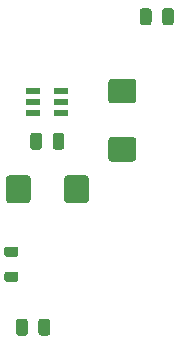
<source format=gbr>
%TF.GenerationSoftware,KiCad,Pcbnew,(5.1.9)-1*%
%TF.CreationDate,2021-03-17T18:47:33-04:00*%
%TF.ProjectId,InverterChargePump,496e7665-7274-4657-9243-686172676550,rev?*%
%TF.SameCoordinates,Original*%
%TF.FileFunction,Paste,Top*%
%TF.FilePolarity,Positive*%
%FSLAX46Y46*%
G04 Gerber Fmt 4.6, Leading zero omitted, Abs format (unit mm)*
G04 Created by KiCad (PCBNEW (5.1.9)-1) date 2021-03-17 18:47:33*
%MOMM*%
%LPD*%
G01*
G04 APERTURE LIST*
%ADD10R,1.240000X0.550000*%
G04 APERTURE END LIST*
%TO.C,L_HFBlock1*%
G36*
G01*
X131063750Y-106797000D02*
X131826250Y-106797000D01*
G75*
G02*
X132045000Y-107015750I0J-218750D01*
G01*
X132045000Y-107453250D01*
G75*
G02*
X131826250Y-107672000I-218750J0D01*
G01*
X131063750Y-107672000D01*
G75*
G02*
X130845000Y-107453250I0J218750D01*
G01*
X130845000Y-107015750D01*
G75*
G02*
X131063750Y-106797000I218750J0D01*
G01*
G37*
G36*
G01*
X131063750Y-104672000D02*
X131826250Y-104672000D01*
G75*
G02*
X132045000Y-104890750I0J-218750D01*
G01*
X132045000Y-105328250D01*
G75*
G02*
X131826250Y-105547000I-218750J0D01*
G01*
X131063750Y-105547000D01*
G75*
G02*
X130845000Y-105328250I0J218750D01*
G01*
X130845000Y-104890750D01*
G75*
G02*
X131063750Y-104672000I218750J0D01*
G01*
G37*
%TD*%
%TO.C,Cout1*%
G36*
G01*
X133739000Y-111981000D02*
X133739000Y-111031000D01*
G75*
G02*
X133989000Y-110781000I250000J0D01*
G01*
X134489000Y-110781000D01*
G75*
G02*
X134739000Y-111031000I0J-250000D01*
G01*
X134739000Y-111981000D01*
G75*
G02*
X134489000Y-112231000I-250000J0D01*
G01*
X133989000Y-112231000D01*
G75*
G02*
X133739000Y-111981000I0J250000D01*
G01*
G37*
G36*
G01*
X131839000Y-111981000D02*
X131839000Y-111031000D01*
G75*
G02*
X132089000Y-110781000I250000J0D01*
G01*
X132589000Y-110781000D01*
G75*
G02*
X132839000Y-111031000I0J-250000D01*
G01*
X132839000Y-111981000D01*
G75*
G02*
X132589000Y-112231000I-250000J0D01*
G01*
X132089000Y-112231000D01*
G75*
G02*
X131839000Y-111981000I0J250000D01*
G01*
G37*
%TD*%
%TO.C,Cin1*%
G36*
G01*
X143314000Y-84742000D02*
X143314000Y-85692000D01*
G75*
G02*
X143064000Y-85942000I-250000J0D01*
G01*
X142564000Y-85942000D01*
G75*
G02*
X142314000Y-85692000I0J250000D01*
G01*
X142314000Y-84742000D01*
G75*
G02*
X142564000Y-84492000I250000J0D01*
G01*
X143064000Y-84492000D01*
G75*
G02*
X143314000Y-84742000I0J-250000D01*
G01*
G37*
G36*
G01*
X145214000Y-84742000D02*
X145214000Y-85692000D01*
G75*
G02*
X144964000Y-85942000I-250000J0D01*
G01*
X144464000Y-85942000D01*
G75*
G02*
X144214000Y-85692000I0J250000D01*
G01*
X144214000Y-84742000D01*
G75*
G02*
X144464000Y-84492000I250000J0D01*
G01*
X144964000Y-84492000D01*
G75*
G02*
X145214000Y-84742000I0J-250000D01*
G01*
G37*
%TD*%
%TO.C,CC2*%
G36*
G01*
X133068000Y-98897000D02*
X133068000Y-100747000D01*
G75*
G02*
X132818000Y-100997000I-250000J0D01*
G01*
X131243000Y-100997000D01*
G75*
G02*
X130993000Y-100747000I0J250000D01*
G01*
X130993000Y-98897000D01*
G75*
G02*
X131243000Y-98647000I250000J0D01*
G01*
X132818000Y-98647000D01*
G75*
G02*
X133068000Y-98897000I0J-250000D01*
G01*
G37*
G36*
G01*
X137993000Y-98897000D02*
X137993000Y-100747000D01*
G75*
G02*
X137743000Y-100997000I-250000J0D01*
G01*
X136168000Y-100997000D01*
G75*
G02*
X135918000Y-100747000I0J250000D01*
G01*
X135918000Y-98897000D01*
G75*
G02*
X136168000Y-98647000I250000J0D01*
G01*
X137743000Y-98647000D01*
G75*
G02*
X137993000Y-98897000I0J-250000D01*
G01*
G37*
%TD*%
%TO.C,CC1*%
G36*
G01*
X139918000Y-95405000D02*
X141768000Y-95405000D01*
G75*
G02*
X142018000Y-95655000I0J-250000D01*
G01*
X142018000Y-97230000D01*
G75*
G02*
X141768000Y-97480000I-250000J0D01*
G01*
X139918000Y-97480000D01*
G75*
G02*
X139668000Y-97230000I0J250000D01*
G01*
X139668000Y-95655000D01*
G75*
G02*
X139918000Y-95405000I250000J0D01*
G01*
G37*
G36*
G01*
X139918000Y-90480000D02*
X141768000Y-90480000D01*
G75*
G02*
X142018000Y-90730000I0J-250000D01*
G01*
X142018000Y-92305000D01*
G75*
G02*
X141768000Y-92555000I-250000J0D01*
G01*
X139918000Y-92555000D01*
G75*
G02*
X139668000Y-92305000I0J250000D01*
G01*
X139668000Y-90730000D01*
G75*
G02*
X139918000Y-90480000I250000J0D01*
G01*
G37*
%TD*%
D10*
%TO.C,U1*%
X135678000Y-91506000D03*
X135678000Y-92456000D03*
X135678000Y-93406000D03*
X133308000Y-93406000D03*
X133308000Y-92456000D03*
X133308000Y-91506000D03*
%TD*%
%TO.C,C1*%
G36*
G01*
X134943000Y-96233000D02*
X134943000Y-95283000D01*
G75*
G02*
X135193000Y-95033000I250000J0D01*
G01*
X135693000Y-95033000D01*
G75*
G02*
X135943000Y-95283000I0J-250000D01*
G01*
X135943000Y-96233000D01*
G75*
G02*
X135693000Y-96483000I-250000J0D01*
G01*
X135193000Y-96483000D01*
G75*
G02*
X134943000Y-96233000I0J250000D01*
G01*
G37*
G36*
G01*
X133043000Y-96233000D02*
X133043000Y-95283000D01*
G75*
G02*
X133293000Y-95033000I250000J0D01*
G01*
X133793000Y-95033000D01*
G75*
G02*
X134043000Y-95283000I0J-250000D01*
G01*
X134043000Y-96233000D01*
G75*
G02*
X133793000Y-96483000I-250000J0D01*
G01*
X133293000Y-96483000D01*
G75*
G02*
X133043000Y-96233000I0J250000D01*
G01*
G37*
%TD*%
M02*

</source>
